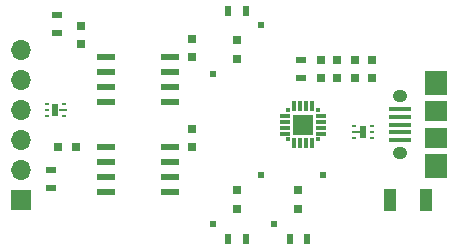
<source format=gbr>
G04 #@! TF.FileFunction,Soldermask,Top*
%FSLAX46Y46*%
G04 Gerber Fmt 4.6, Leading zero omitted, Abs format (unit mm)*
G04 Created by KiCad (PCBNEW 4.0.5+dfsg1-4~bpo8+1) date Mon Mar  5 20:33:18 2018*
%MOMM*%
%LPD*%
G01*
G04 APERTURE LIST*
%ADD10C,0.100000*%
%ADD11R,1.550000X0.600000*%
%ADD12R,0.900000X0.500000*%
%ADD13R,0.800000X0.750000*%
%ADD14R,1.700000X1.700000*%
%ADD15O,1.700000X1.700000*%
%ADD16R,0.750000X0.800000*%
%ADD17R,1.000000X1.900000*%
%ADD18R,0.500000X0.900000*%
%ADD19R,0.800000X0.800000*%
%ADD20R,1.950000X0.400000*%
%ADD21O,1.250000X1.050000*%
%ADD22R,1.900000X2.100000*%
%ADD23R,1.900000X1.800000*%
%ADD24R,0.350000X0.350000*%
%ADD25R,0.900000X0.300000*%
%ADD26R,0.300000X0.900000*%
%ADD27R,1.800000X1.800000*%
%ADD28C,0.610000*%
%ADD29R,0.450000X0.250000*%
%ADD30R,0.700000X0.250000*%
%ADD31R,0.500000X1.000000*%
G04 APERTURE END LIST*
D10*
D11*
X43655000Y-45085000D03*
X43655000Y-46355000D03*
X43655000Y-47625000D03*
X43655000Y-48895000D03*
X49055000Y-48895000D03*
X49055000Y-47625000D03*
X49055000Y-46355000D03*
X49055000Y-45085000D03*
X43655000Y-52705000D03*
X43655000Y-53975000D03*
X43655000Y-55245000D03*
X43655000Y-56515000D03*
X49055000Y-56515000D03*
X49055000Y-55245000D03*
X49055000Y-53975000D03*
X49055000Y-52705000D03*
D12*
X38989000Y-56122000D03*
X38989000Y-54622000D03*
D13*
X39624000Y-52705000D03*
X41124000Y-52705000D03*
D14*
X36449000Y-57150000D03*
D15*
X36449000Y-54610000D03*
X36449000Y-52070000D03*
X36449000Y-49530000D03*
X36449000Y-46990000D03*
X36449000Y-44450000D03*
D16*
X41529000Y-42430000D03*
X41529000Y-43930000D03*
D17*
X67715000Y-57150000D03*
X70715000Y-57150000D03*
D16*
X63246000Y-45351000D03*
X63246000Y-46851000D03*
X61849000Y-45351000D03*
X61849000Y-46851000D03*
X66167000Y-45351000D03*
X66167000Y-46851000D03*
X64770000Y-45351000D03*
X64770000Y-46851000D03*
X50927000Y-43573000D03*
X50927000Y-45073000D03*
X50927000Y-51193000D03*
X50927000Y-52693000D03*
D12*
X39497000Y-41541000D03*
X39497000Y-43041000D03*
D18*
X55487000Y-41148000D03*
X53987000Y-41148000D03*
X60694000Y-60452000D03*
X59194000Y-60452000D03*
X55487000Y-60452000D03*
X53987000Y-60452000D03*
D12*
X60198000Y-45351000D03*
X60198000Y-46851000D03*
D19*
X54737000Y-43650000D03*
X54737000Y-45250000D03*
X59944000Y-57950000D03*
X59944000Y-56350000D03*
X54737000Y-57950000D03*
X54737000Y-56350000D03*
D20*
X68580000Y-52100000D03*
X68580000Y-51450000D03*
X68580000Y-50800000D03*
X68580000Y-50150000D03*
X68580000Y-49500000D03*
D21*
X68555000Y-53225000D03*
X68555000Y-48375000D03*
D22*
X71555000Y-47300000D03*
X71555000Y-54300000D03*
D23*
X71555000Y-51950000D03*
X71555000Y-49650000D03*
D24*
X61575000Y-52050000D03*
D25*
X61875000Y-51550000D03*
X61875000Y-51050000D03*
X61875000Y-50550000D03*
X61875000Y-50050000D03*
D24*
X61575000Y-49550000D03*
D26*
X61075000Y-49250000D03*
X60575000Y-49250000D03*
X60075000Y-49250000D03*
X59575000Y-49250000D03*
D24*
X59075000Y-49550000D03*
D25*
X58775000Y-50050000D03*
X58775000Y-50550000D03*
X58775000Y-51050000D03*
X58775000Y-51550000D03*
D24*
X59075000Y-52050000D03*
D26*
X59575000Y-52350000D03*
X60075000Y-52350000D03*
X60575000Y-52350000D03*
X61075000Y-52350000D03*
D27*
X60325000Y-50800000D03*
D28*
X56787000Y-42400000D03*
X52687000Y-46500000D03*
X56787000Y-55100000D03*
X52687000Y-59200000D03*
X61994000Y-55100000D03*
X57894000Y-59200000D03*
D29*
X40095000Y-50030000D03*
D30*
X39970000Y-49530000D03*
D29*
X40095000Y-49030000D03*
X38645000Y-49030000D03*
X38645000Y-49530000D03*
X38645000Y-50030000D03*
D31*
X39370000Y-49530000D03*
D29*
X64680000Y-50935000D03*
D30*
X64805000Y-51435000D03*
D29*
X64680000Y-51935000D03*
X66130000Y-51935000D03*
X66130000Y-51435000D03*
X66130000Y-50935000D03*
D31*
X65405000Y-51435000D03*
M02*

</source>
